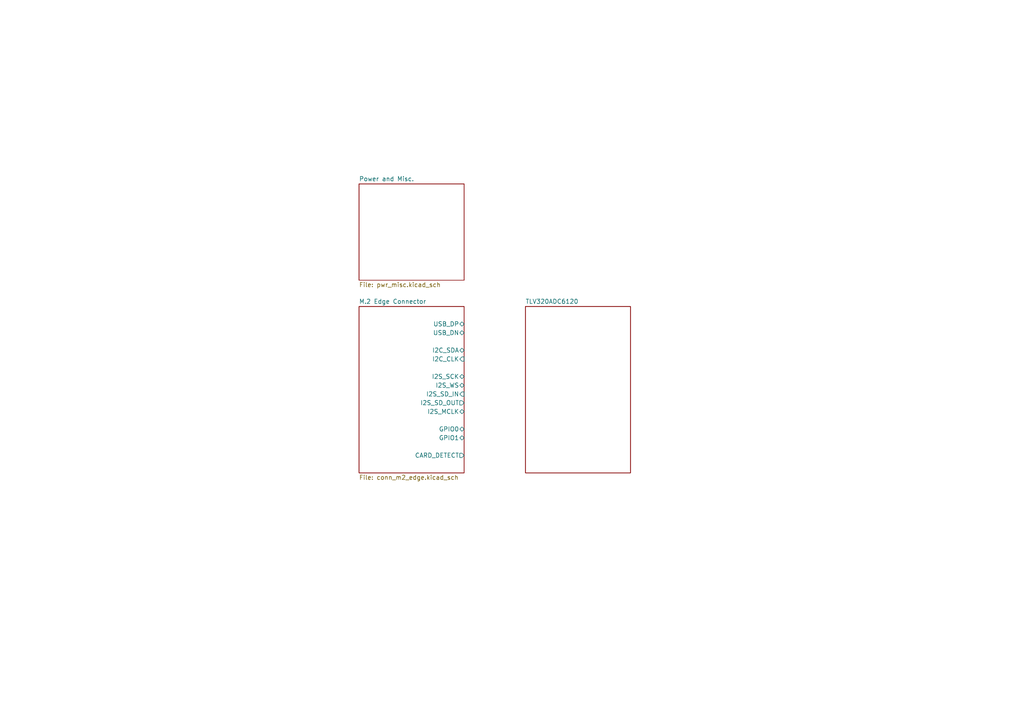
<source format=kicad_sch>
(kicad_sch (version 20230121) (generator eeschema)
  (paper "A4")
  (lib_symbols)
  (sheet (at 104.14 88.9) (size 30.48 48.26) (stroke (width 0.1524))
    (property "Sheetname" "M.2 Edge Connector" (at 104.14 88.1884 0) (effects (justify left bottom)))
    (property "Sheetfile" "conn_m2_edge.kicad_sch" (at 104.14 137.7446 0) (effects (justify left top)))
    (pin "I2C_CLK" input (at 134.62 104.14 0))
    (pin "I2C_SDA" bidirectional (at 134.62 101.6 0))
    (pin "GPIO1" bidirectional (at 134.62 127 0))
    (pin "I2S_MCLK" bidirectional (at 134.62 119.38 0))
    (pin "I2S_SD_IN" input (at 134.62 114.3 0))
    (pin "I2S_WS" bidirectional (at 134.62 111.76 0))
    (pin "I2S_SD_OUT" output (at 134.62 116.84 0))
    (pin "GPIO0" bidirectional (at 134.62 124.46 0))
    (pin "I2S_SCK" bidirectional (at 134.62 109.22 0))
    (pin "USB_DN" bidirectional (at 134.62 96.52 0))
    (pin "USB_DP" bidirectional (at 134.62 93.98 0))
    (pin "CARD_DETECT" output (at 134.62 132.08 0))
  )
  (sheet (at 104.14 53.34) (size 30.48 27.94) (stroke (width 0.1524))
    (property "Sheetname" "Power and Misc." (at 104.14 52.6284 0) (effects (justify left bottom)))
    (property "Sheetfile" "pwr_misc.kicad_sch" (at 104.14 81.8646 0) (effects (justify left top)))
  )
  (sheet (at 152.4 88.9) (size 30.48 48.26) (stroke (width 0.1524))
    (property "Sheetname" "TLV320ADC6120" (at 152.4 88.1884 0) (effects (justify left bottom)))
    (property "Sheetfile" "adc_tlv320adc6120.kicad_sch" (effects hide))
  )
)
</source>
